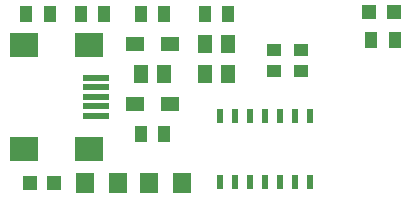
<source format=gtp>
G04 EAGLE Gerber X2 export*
%TF.Part,Single*%
%TF.FileFunction,Other,Solder paste top*%
%TF.FilePolarity,Positive*%
%TF.GenerationSoftware,Autodesk,EAGLE,9.1.3*%
%TF.CreationDate,2018-09-03T05:04:02Z*%
G75*
%MOMM*%
%FSLAX34Y34*%
%LPD*%
%AMOC8*
5,1,8,0,0,1.08239X$1,22.5*%
G01*
%ADD10R,1.100000X1.400000*%
%ADD11R,1.200000X1.200000*%
%ADD12R,2.400000X2.000000*%
%ADD13R,2.308000X0.500000*%
%ADD14R,0.600000X1.200000*%
%ADD15R,1.500000X1.200000*%
%ADD16R,1.600000X1.800000*%
%ADD17R,1.300000X1.500000*%
%ADD18R,1.200000X1.100000*%


D10*
X20163Y165100D03*
X40163Y165100D03*
D11*
X43838Y22288D03*
X22838Y22288D03*
D12*
X73100Y139000D03*
D13*
X78740Y111000D03*
X78740Y103000D03*
X78740Y95000D03*
X78740Y87000D03*
X78740Y79000D03*
D12*
X18100Y139000D03*
X73100Y51000D03*
X18100Y51000D03*
D14*
X260350Y78800D03*
X247650Y78800D03*
X234950Y78800D03*
X222250Y78800D03*
X209550Y78800D03*
X196850Y78800D03*
X184150Y78800D03*
X184150Y22800D03*
X196850Y22800D03*
X209550Y22800D03*
X222250Y22800D03*
X234950Y22800D03*
X247650Y22800D03*
X260350Y22800D03*
D15*
X112500Y88900D03*
X141500Y88900D03*
X112500Y139700D03*
X141500Y139700D03*
D16*
X124113Y22225D03*
X152113Y22225D03*
D10*
X137000Y165100D03*
X117000Y165100D03*
X137000Y63500D03*
X117000Y63500D03*
X66200Y165100D03*
X86200Y165100D03*
D17*
X117500Y114300D03*
X136500Y114300D03*
X190475Y114300D03*
X171475Y114300D03*
X190475Y139700D03*
X171475Y139700D03*
D10*
X170975Y165100D03*
X190975Y165100D03*
D18*
X253050Y134163D03*
X229550Y134163D03*
X229550Y116663D03*
X253050Y116663D03*
D16*
X69488Y22263D03*
X97488Y22263D03*
D11*
X310175Y166688D03*
X331175Y166688D03*
D10*
X332263Y142875D03*
X312263Y142875D03*
M02*

</source>
